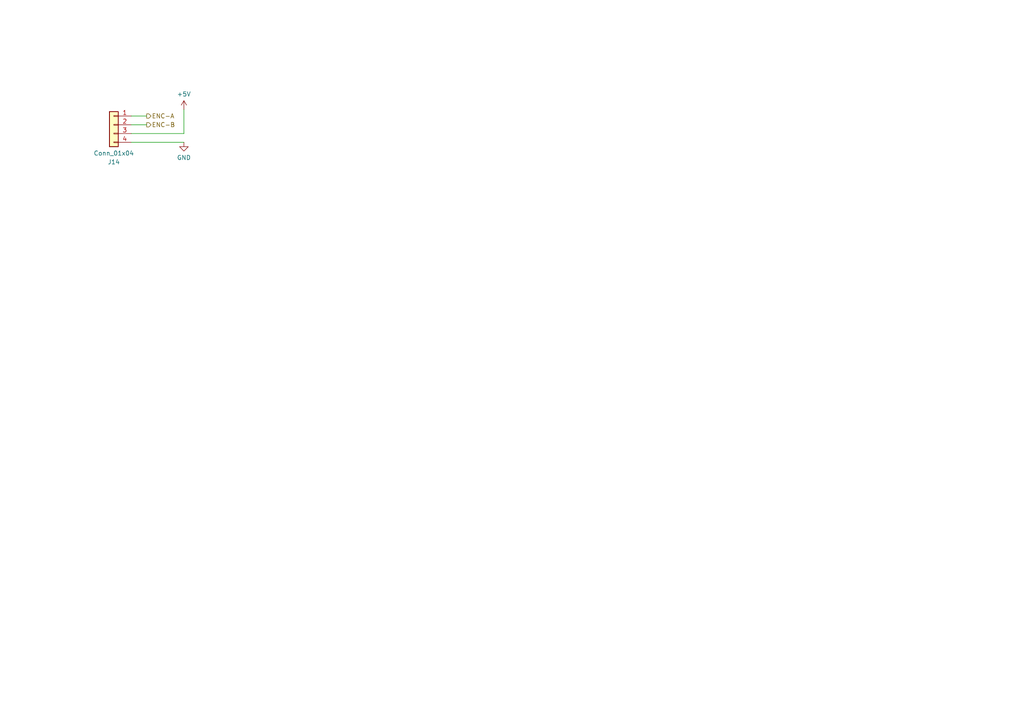
<source format=kicad_sch>
(kicad_sch (version 20230121) (generator eeschema)
  (paper "A4")
  (lib_symbols
    (symbol "Connector_Generic:Conn_01x04" (pin_names (offset 1.016) hide)
      (property "Reference" "J" (at 0 5.08 0))
      (property "Value" "Conn_01x04" (at 0 -7.62 0))
      (symbol "Conn_01x04_1_1"
        (rectangle (start -1.27 -4.953) (end 0 -5.207) (stroke (width 0.1524)))
        (rectangle (start -1.27 -2.413) (end 0 -2.667) (stroke (width 0.1524)))
        (rectangle (start -1.27 0.127) (end 0 -0.127) (stroke (width 0.1524)))
        (rectangle (start -1.27 2.667) (end 0 2.413) (stroke (width 0.1524)))
        (rectangle (start -1.27 3.81) (end 1.27 -6.35) (stroke (width 0.254)) (fill (type background)))
        (pin passive line (at -5.08 2.54 0) (length 3.81) (name "Pin_1") (number "1"))
        (pin passive line (at -5.08 0 0) (length 3.81) (name "Pin_2") (number "2"))
        (pin passive line (at -5.08 -2.54 0) (length 3.81) (name "Pin_3") (number "3"))
        (pin passive line (at -5.08 -5.08 0) (length 3.81) (name "Pin_4") (number "4"))
      )
    )
    (symbol "power:+5V" (power) (pin_names (offset 0))
      (property "Value" "+5V" (at 0 3.556 0))
      (symbol "+5V_0_1"
        (polyline (pts (xy -0.762 1.27) (xy 0 2.54)))
        (polyline (pts (xy 0 0) (xy 0 2.54)))
        (polyline (pts (xy 0 2.54) (xy 0.762 1.27)))
      )
      (symbol "+5V_1_1"
        (pin power_in line (at 0 0 90) (length 0) hide (name "+5V") (number "1"))
      )
    )
    (symbol "power:GND" (power) (pin_names (offset 0))
      (property "Value" "GND" (at 0 -3.81 0))
      (symbol "GND_0_1"
        (polyline (pts (xy 0 0) (xy 0 -1.27) (xy 1.27 -1.27) (xy 0 -2.54) (xy -1.27 -1.27) (xy 0 -1.27)))
      )
      (symbol "GND_1_1"
        (pin power_in line (at 0 0 270) (length 0) hide (name "GND") (number "1"))
      )
    )
  )
  (wire (pts (xy 53.34 38.735) (xy 38.1 38.735)))
  (wire (pts (xy 38.1 36.195) (xy 42.545 36.195)))
  (wire (pts (xy 38.1 41.275) (xy 53.34 41.275)))
  (wire (pts (xy 38.1 33.655) (xy 42.545 33.655)))
  (wire (pts (xy 53.34 31.75) (xy 53.34 38.735)))
  (hierarchical_label "ENC-B" (shape output) (at 42.545 36.195 0))
  (hierarchical_label "ENC-A" (shape output) (at 42.545 33.655 0))
  (symbol (lib_id "power:GND") (at 53.34 41.275 0) (unit 1)
    (property "Reference" "#PWR059" (effects hide))
    (property "Value" "GND" (at 53.34 45.72 0))
  )
  (symbol (lib_id "Connector_Generic:Conn_01x04") (at 33.02 36.195 0) (mirror y) (unit 1)
    (property "Reference" "J14" (at 33.02 46.99 0))
    (property "Value" "Conn_01x04" (at 33.02 44.45 0))
    (property "Footprint" "Connector_Molex:Molex_PicoBlade_53398-0471_1x04-1MP_P1.25mm_Vertical" (effects hide))
  )
  (symbol (lib_id "power:+5V") (at 53.34 31.75 0) (unit 1)
    (property "Reference" "#PWR058" (effects hide))
    (property "Value" "+5V" (at 53.34 27.305 0))
  )
)
</source>
